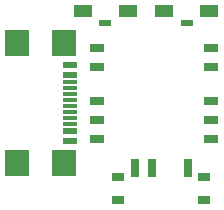
<source format=gbr>
%TF.GenerationSoftware,KiCad,Pcbnew,8.0.0*%
%TF.CreationDate,2024-03-15T11:34:24+01:00*%
%TF.ProjectId,projet s6,70726f6a-6574-4207-9336-2e6b69636164,rev?*%
%TF.SameCoordinates,Original*%
%TF.FileFunction,Paste,Bot*%
%TF.FilePolarity,Positive*%
%FSLAX46Y46*%
G04 Gerber Fmt 4.6, Leading zero omitted, Abs format (unit mm)*
G04 Created by KiCad (PCBNEW 8.0.0) date 2024-03-15 11:34:24*
%MOMM*%
%LPD*%
G01*
G04 APERTURE LIST*
%ADD10R,1.100000X0.500000*%
%ADD11R,1.650000X1.050000*%
%ADD12R,1.200000X0.800000*%
%ADD13R,0.700000X1.600000*%
%ADD14R,0.700000X1.500000*%
%ADD15R,1.000000X0.800000*%
%ADD16R,1.150000X0.600000*%
%ADD17R,1.150000X0.300000*%
%ADD18R,2.000000X2.180000*%
G04 APERTURE END LIST*
D10*
%TO.C,SW1*%
X189260000Y-68360000D03*
D11*
X187335000Y-67385000D03*
X191185000Y-67385000D03*
%TD*%
D12*
%TO.C,PA1010D1*%
X191340000Y-70500000D03*
X191340000Y-72100000D03*
X191340000Y-75000000D03*
X191340000Y-76600000D03*
X191340000Y-78200000D03*
X181640000Y-78200000D03*
X181640000Y-76600000D03*
X181640000Y-75000000D03*
X181640000Y-72100000D03*
X181640000Y-70500000D03*
%TD*%
D13*
%TO.C,SW6*%
X184865000Y-80667500D03*
D14*
X186365000Y-80667500D03*
X189365000Y-80667500D03*
D15*
X190765000Y-83382500D03*
X190765000Y-81452500D03*
X183465000Y-83382500D03*
X183465000Y-81452500D03*
%TD*%
D10*
%TO.C,SW2*%
X182375000Y-68365000D03*
D11*
X180450000Y-67390000D03*
X184300000Y-67390000D03*
%TD*%
D16*
%TO.C,J1*%
X179420000Y-78355000D03*
X179420000Y-71955000D03*
X179420000Y-77555000D03*
X179420000Y-72755000D03*
D17*
X179420000Y-76405000D03*
X179420000Y-75405000D03*
X179420000Y-74905000D03*
X179420000Y-73905000D03*
X179420000Y-73405000D03*
X179420000Y-74405000D03*
X179420000Y-75905000D03*
X179420000Y-76905000D03*
D18*
X174915000Y-80265000D03*
X178845000Y-80265000D03*
X174915000Y-70045000D03*
X178845000Y-70045000D03*
%TD*%
M02*

</source>
